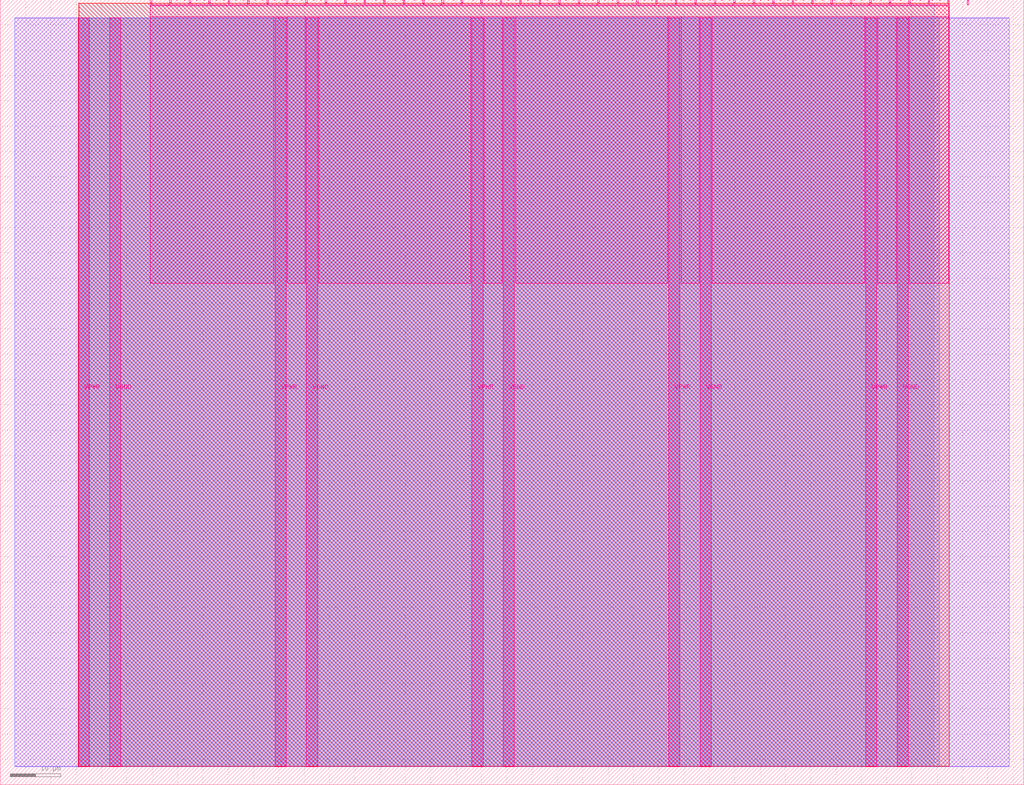
<source format=lef>
VERSION 5.7 ;
  NOWIREEXTENSIONATPIN ON ;
  DIVIDERCHAR "/" ;
  BUSBITCHARS "[]" ;
MACRO tt_um_perceptron_mtchun
  CLASS BLOCK ;
  FOREIGN tt_um_perceptron_mtchun ;
  ORIGIN 0.000 0.000 ;
  SIZE 202.080 BY 154.980 ;
  PIN VGND
    DIRECTION INOUT ;
    USE GROUND ;
    PORT
      LAYER Metal5 ;
        RECT 21.580 3.560 23.780 151.420 ;
    END
    PORT
      LAYER Metal5 ;
        RECT 60.450 3.560 62.650 151.420 ;
    END
    PORT
      LAYER Metal5 ;
        RECT 99.320 3.560 101.520 151.420 ;
    END
    PORT
      LAYER Metal5 ;
        RECT 138.190 3.560 140.390 151.420 ;
    END
    PORT
      LAYER Metal5 ;
        RECT 177.060 3.560 179.260 151.420 ;
    END
  END VGND
  PIN VPWR
    DIRECTION INOUT ;
    USE POWER ;
    PORT
      LAYER Metal5 ;
        RECT 15.380 3.560 17.580 151.420 ;
    END
    PORT
      LAYER Metal5 ;
        RECT 54.250 3.560 56.450 151.420 ;
    END
    PORT
      LAYER Metal5 ;
        RECT 93.120 3.560 95.320 151.420 ;
    END
    PORT
      LAYER Metal5 ;
        RECT 131.990 3.560 134.190 151.420 ;
    END
    PORT
      LAYER Metal5 ;
        RECT 170.860 3.560 173.060 151.420 ;
    END
  END VPWR
  PIN clk
    DIRECTION INPUT ;
    USE SIGNAL ;
    ANTENNAGATEAREA 0.213200 ;
    PORT
      LAYER Metal5 ;
        RECT 187.050 153.980 187.350 154.980 ;
    END
  END clk
  PIN ena
    DIRECTION INPUT ;
    USE SIGNAL ;
    PORT
      LAYER Metal5 ;
        RECT 190.890 153.980 191.190 154.980 ;
    END
  END ena
  PIN rst_n
    DIRECTION INPUT ;
    USE SIGNAL ;
    ANTENNAGATEAREA 0.314600 ;
    PORT
      LAYER Metal5 ;
        RECT 183.210 153.980 183.510 154.980 ;
    END
  END rst_n
  PIN ui_in[0]
    DIRECTION INPUT ;
    USE SIGNAL ;
    ANTENNAGATEAREA 0.314600 ;
    PORT
      LAYER Metal5 ;
        RECT 179.370 153.980 179.670 154.980 ;
    END
  END ui_in[0]
  PIN ui_in[1]
    DIRECTION INPUT ;
    USE SIGNAL ;
    ANTENNAGATEAREA 0.213200 ;
    PORT
      LAYER Metal5 ;
        RECT 175.530 153.980 175.830 154.980 ;
    END
  END ui_in[1]
  PIN ui_in[2]
    DIRECTION INPUT ;
    USE SIGNAL ;
    ANTENNAGATEAREA 0.213200 ;
    PORT
      LAYER Metal5 ;
        RECT 171.690 153.980 171.990 154.980 ;
    END
  END ui_in[2]
  PIN ui_in[3]
    DIRECTION INPUT ;
    USE SIGNAL ;
    ANTENNAGATEAREA 0.213200 ;
    PORT
      LAYER Metal5 ;
        RECT 167.850 153.980 168.150 154.980 ;
    END
  END ui_in[3]
  PIN ui_in[4]
    DIRECTION INPUT ;
    USE SIGNAL ;
    ANTENNAGATEAREA 0.213200 ;
    PORT
      LAYER Metal5 ;
        RECT 164.010 153.980 164.310 154.980 ;
    END
  END ui_in[4]
  PIN ui_in[5]
    DIRECTION INPUT ;
    USE SIGNAL ;
    ANTENNAGATEAREA 0.213200 ;
    PORT
      LAYER Metal5 ;
        RECT 160.170 153.980 160.470 154.980 ;
    END
  END ui_in[5]
  PIN ui_in[6]
    DIRECTION INPUT ;
    USE SIGNAL ;
    ANTENNAGATEAREA 0.213200 ;
    PORT
      LAYER Metal5 ;
        RECT 156.330 153.980 156.630 154.980 ;
    END
  END ui_in[6]
  PIN ui_in[7]
    DIRECTION INPUT ;
    USE SIGNAL ;
    ANTENNAGATEAREA 0.213200 ;
    PORT
      LAYER Metal5 ;
        RECT 152.490 153.980 152.790 154.980 ;
    END
  END ui_in[7]
  PIN uio_in[0]
    DIRECTION INPUT ;
    USE SIGNAL ;
    PORT
      LAYER Metal5 ;
        RECT 148.650 153.980 148.950 154.980 ;
    END
  END uio_in[0]
  PIN uio_in[1]
    DIRECTION INPUT ;
    USE SIGNAL ;
    PORT
      LAYER Metal5 ;
        RECT 144.810 153.980 145.110 154.980 ;
    END
  END uio_in[1]
  PIN uio_in[2]
    DIRECTION INPUT ;
    USE SIGNAL ;
    PORT
      LAYER Metal5 ;
        RECT 140.970 153.980 141.270 154.980 ;
    END
  END uio_in[2]
  PIN uio_in[3]
    DIRECTION INPUT ;
    USE SIGNAL ;
    PORT
      LAYER Metal5 ;
        RECT 137.130 153.980 137.430 154.980 ;
    END
  END uio_in[3]
  PIN uio_in[4]
    DIRECTION INPUT ;
    USE SIGNAL ;
    PORT
      LAYER Metal5 ;
        RECT 133.290 153.980 133.590 154.980 ;
    END
  END uio_in[4]
  PIN uio_in[5]
    DIRECTION INPUT ;
    USE SIGNAL ;
    PORT
      LAYER Metal5 ;
        RECT 129.450 153.980 129.750 154.980 ;
    END
  END uio_in[5]
  PIN uio_in[6]
    DIRECTION INPUT ;
    USE SIGNAL ;
    PORT
      LAYER Metal5 ;
        RECT 125.610 153.980 125.910 154.980 ;
    END
  END uio_in[6]
  PIN uio_in[7]
    DIRECTION INPUT ;
    USE SIGNAL ;
    PORT
      LAYER Metal5 ;
        RECT 121.770 153.980 122.070 154.980 ;
    END
  END uio_in[7]
  PIN uio_oe[0]
    DIRECTION OUTPUT ;
    USE SIGNAL ;
    ANTENNADIFFAREA 0.392700 ;
    PORT
      LAYER Metal5 ;
        RECT 56.490 153.980 56.790 154.980 ;
    END
  END uio_oe[0]
  PIN uio_oe[1]
    DIRECTION OUTPUT ;
    USE SIGNAL ;
    ANTENNADIFFAREA 0.299200 ;
    PORT
      LAYER Metal5 ;
        RECT 52.650 153.980 52.950 154.980 ;
    END
  END uio_oe[1]
  PIN uio_oe[2]
    DIRECTION OUTPUT ;
    USE SIGNAL ;
    ANTENNADIFFAREA 0.299200 ;
    PORT
      LAYER Metal5 ;
        RECT 48.810 153.980 49.110 154.980 ;
    END
  END uio_oe[2]
  PIN uio_oe[3]
    DIRECTION OUTPUT ;
    USE SIGNAL ;
    ANTENNADIFFAREA 0.299200 ;
    PORT
      LAYER Metal5 ;
        RECT 44.970 153.980 45.270 154.980 ;
    END
  END uio_oe[3]
  PIN uio_oe[4]
    DIRECTION OUTPUT ;
    USE SIGNAL ;
    ANTENNADIFFAREA 0.299200 ;
    PORT
      LAYER Metal5 ;
        RECT 41.130 153.980 41.430 154.980 ;
    END
  END uio_oe[4]
  PIN uio_oe[5]
    DIRECTION OUTPUT ;
    USE SIGNAL ;
    ANTENNADIFFAREA 0.299200 ;
    PORT
      LAYER Metal5 ;
        RECT 37.290 153.980 37.590 154.980 ;
    END
  END uio_oe[5]
  PIN uio_oe[6]
    DIRECTION OUTPUT ;
    USE SIGNAL ;
    ANTENNADIFFAREA 0.299200 ;
    PORT
      LAYER Metal5 ;
        RECT 33.450 153.980 33.750 154.980 ;
    END
  END uio_oe[6]
  PIN uio_oe[7]
    DIRECTION OUTPUT ;
    USE SIGNAL ;
    ANTENNADIFFAREA 0.299200 ;
    PORT
      LAYER Metal5 ;
        RECT 29.610 153.980 29.910 154.980 ;
    END
  END uio_oe[7]
  PIN uio_out[0]
    DIRECTION OUTPUT ;
    USE SIGNAL ;
    ANTENNADIFFAREA 0.299200 ;
    PORT
      LAYER Metal5 ;
        RECT 87.210 153.980 87.510 154.980 ;
    END
  END uio_out[0]
  PIN uio_out[1]
    DIRECTION OUTPUT ;
    USE SIGNAL ;
    ANTENNADIFFAREA 0.299200 ;
    PORT
      LAYER Metal5 ;
        RECT 83.370 153.980 83.670 154.980 ;
    END
  END uio_out[1]
  PIN uio_out[2]
    DIRECTION OUTPUT ;
    USE SIGNAL ;
    ANTENNADIFFAREA 0.299200 ;
    PORT
      LAYER Metal5 ;
        RECT 79.530 153.980 79.830 154.980 ;
    END
  END uio_out[2]
  PIN uio_out[3]
    DIRECTION OUTPUT ;
    USE SIGNAL ;
    ANTENNADIFFAREA 0.299200 ;
    PORT
      LAYER Metal5 ;
        RECT 75.690 153.980 75.990 154.980 ;
    END
  END uio_out[3]
  PIN uio_out[4]
    DIRECTION OUTPUT ;
    USE SIGNAL ;
    ANTENNADIFFAREA 0.299200 ;
    PORT
      LAYER Metal5 ;
        RECT 71.850 153.980 72.150 154.980 ;
    END
  END uio_out[4]
  PIN uio_out[5]
    DIRECTION OUTPUT ;
    USE SIGNAL ;
    ANTENNADIFFAREA 0.299200 ;
    PORT
      LAYER Metal5 ;
        RECT 68.010 153.980 68.310 154.980 ;
    END
  END uio_out[5]
  PIN uio_out[6]
    DIRECTION OUTPUT ;
    USE SIGNAL ;
    ANTENNADIFFAREA 0.299200 ;
    PORT
      LAYER Metal5 ;
        RECT 64.170 153.980 64.470 154.980 ;
    END
  END uio_out[6]
  PIN uio_out[7]
    DIRECTION OUTPUT ;
    USE SIGNAL ;
    ANTENNADIFFAREA 0.706800 ;
    PORT
      LAYER Metal5 ;
        RECT 60.330 153.980 60.630 154.980 ;
    END
  END uio_out[7]
  PIN uo_out[0]
    DIRECTION OUTPUT ;
    USE SIGNAL ;
    ANTENNAGATEAREA 0.245700 ;
    ANTENNADIFFAREA 0.632400 ;
    PORT
      LAYER Metal5 ;
        RECT 117.930 153.980 118.230 154.980 ;
    END
  END uo_out[0]
  PIN uo_out[1]
    DIRECTION OUTPUT ;
    USE SIGNAL ;
    ANTENNAGATEAREA 0.245700 ;
    ANTENNADIFFAREA 0.632400 ;
    PORT
      LAYER Metal5 ;
        RECT 114.090 153.980 114.390 154.980 ;
    END
  END uo_out[1]
  PIN uo_out[2]
    DIRECTION OUTPUT ;
    USE SIGNAL ;
    ANTENNAGATEAREA 0.245700 ;
    ANTENNADIFFAREA 0.632400 ;
    PORT
      LAYER Metal5 ;
        RECT 110.250 153.980 110.550 154.980 ;
    END
  END uo_out[2]
  PIN uo_out[3]
    DIRECTION OUTPUT ;
    USE SIGNAL ;
    ANTENNAGATEAREA 0.241800 ;
    ANTENNADIFFAREA 0.632400 ;
    PORT
      LAYER Metal5 ;
        RECT 106.410 153.980 106.710 154.980 ;
    END
  END uo_out[3]
  PIN uo_out[4]
    DIRECTION OUTPUT ;
    USE SIGNAL ;
    ANTENNAGATEAREA 0.241800 ;
    ANTENNADIFFAREA 0.632400 ;
    PORT
      LAYER Metal5 ;
        RECT 102.570 153.980 102.870 154.980 ;
    END
  END uo_out[4]
  PIN uo_out[5]
    DIRECTION OUTPUT ;
    USE SIGNAL ;
    ANTENNAGATEAREA 0.241800 ;
    ANTENNADIFFAREA 0.632400 ;
    PORT
      LAYER Metal5 ;
        RECT 98.730 153.980 99.030 154.980 ;
    END
  END uo_out[5]
  PIN uo_out[6]
    DIRECTION OUTPUT ;
    USE SIGNAL ;
    ANTENNAGATEAREA 0.241800 ;
    ANTENNADIFFAREA 0.632400 ;
    PORT
      LAYER Metal5 ;
        RECT 94.890 153.980 95.190 154.980 ;
    END
  END uo_out[6]
  PIN uo_out[7]
    DIRECTION OUTPUT ;
    USE SIGNAL ;
    ANTENNAGATEAREA 0.241800 ;
    ANTENNADIFFAREA 0.632400 ;
    PORT
      LAYER Metal5 ;
        RECT 91.050 153.980 91.350 154.980 ;
    END
  END uo_out[7]
  OBS
      LAYER GatPoly ;
        RECT 2.880 3.630 199.200 151.350 ;
      LAYER Metal1 ;
        RECT 2.880 3.560 199.200 151.420 ;
      LAYER Metal2 ;
        RECT 15.515 3.680 185.425 151.300 ;
      LAYER Metal3 ;
        RECT 15.560 3.635 184.420 154.285 ;
      LAYER Metal4 ;
        RECT 15.515 3.680 187.345 154.240 ;
      LAYER Metal5 ;
        RECT 30.120 153.770 33.240 153.980 ;
        RECT 33.960 153.770 37.080 153.980 ;
        RECT 37.800 153.770 40.920 153.980 ;
        RECT 41.640 153.770 44.760 153.980 ;
        RECT 45.480 153.770 48.600 153.980 ;
        RECT 49.320 153.770 52.440 153.980 ;
        RECT 53.160 153.770 56.280 153.980 ;
        RECT 57.000 153.770 60.120 153.980 ;
        RECT 60.840 153.770 63.960 153.980 ;
        RECT 64.680 153.770 67.800 153.980 ;
        RECT 68.520 153.770 71.640 153.980 ;
        RECT 72.360 153.770 75.480 153.980 ;
        RECT 76.200 153.770 79.320 153.980 ;
        RECT 80.040 153.770 83.160 153.980 ;
        RECT 83.880 153.770 87.000 153.980 ;
        RECT 87.720 153.770 90.840 153.980 ;
        RECT 91.560 153.770 94.680 153.980 ;
        RECT 95.400 153.770 98.520 153.980 ;
        RECT 99.240 153.770 102.360 153.980 ;
        RECT 103.080 153.770 106.200 153.980 ;
        RECT 106.920 153.770 110.040 153.980 ;
        RECT 110.760 153.770 113.880 153.980 ;
        RECT 114.600 153.770 117.720 153.980 ;
        RECT 118.440 153.770 121.560 153.980 ;
        RECT 122.280 153.770 125.400 153.980 ;
        RECT 126.120 153.770 129.240 153.980 ;
        RECT 129.960 153.770 133.080 153.980 ;
        RECT 133.800 153.770 136.920 153.980 ;
        RECT 137.640 153.770 140.760 153.980 ;
        RECT 141.480 153.770 144.600 153.980 ;
        RECT 145.320 153.770 148.440 153.980 ;
        RECT 149.160 153.770 152.280 153.980 ;
        RECT 153.000 153.770 156.120 153.980 ;
        RECT 156.840 153.770 159.960 153.980 ;
        RECT 160.680 153.770 163.800 153.980 ;
        RECT 164.520 153.770 167.640 153.980 ;
        RECT 168.360 153.770 171.480 153.980 ;
        RECT 172.200 153.770 175.320 153.980 ;
        RECT 176.040 153.770 179.160 153.980 ;
        RECT 179.880 153.770 183.000 153.980 ;
        RECT 183.720 153.770 186.840 153.980 ;
        RECT 29.660 151.630 187.300 153.770 ;
        RECT 29.660 98.975 54.040 151.630 ;
        RECT 56.660 98.975 60.240 151.630 ;
        RECT 62.860 98.975 92.910 151.630 ;
        RECT 95.530 98.975 99.110 151.630 ;
        RECT 101.730 98.975 131.780 151.630 ;
        RECT 134.400 98.975 137.980 151.630 ;
        RECT 140.600 98.975 170.650 151.630 ;
        RECT 173.270 98.975 176.850 151.630 ;
        RECT 179.470 98.975 187.300 151.630 ;
  END
END tt_um_perceptron_mtchun
END LIBRARY


</source>
